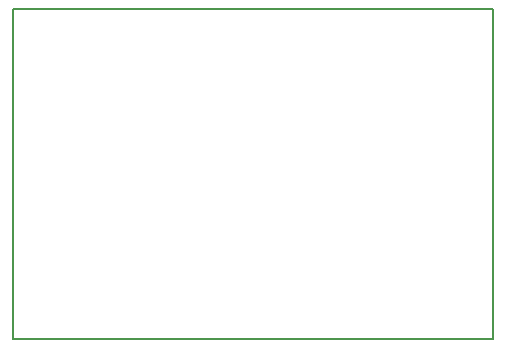
<source format=gm1>
G04 #@! TF.GenerationSoftware,KiCad,Pcbnew,no-vcs-found-08c4a0b~58~ubuntu16.04.1*
G04 #@! TF.CreationDate,2017-08-29T22:54:34+03:00*
G04 #@! TF.ProjectId,Bitsoko-ESP32-module-v2,426974736F6B6F2D45535033322D6D6F,1*
G04 #@! TF.SameCoordinates,Original
G04 #@! TF.FileFunction,Profile,NP*
%FSLAX46Y46*%
G04 Gerber Fmt 4.6, Leading zero omitted, Abs format (unit mm)*
G04 Created by KiCad (PCBNEW no-vcs-found-08c4a0b~58~ubuntu16.04.1) date Tue Aug 29 22:54:34 2017*
%MOMM*%
%LPD*%
G01*
G04 APERTURE LIST*
%ADD10C,0.150000*%
G04 APERTURE END LIST*
D10*
X119380000Y-76200000D02*
X119380000Y-76200000D01*
X119380000Y-104140000D02*
X119380000Y-76200000D01*
X160020000Y-104140000D02*
X119380000Y-104140000D01*
X160020000Y-76200000D02*
X160020000Y-104140000D01*
X119380000Y-76200000D02*
X160020000Y-76200000D01*
M02*

</source>
